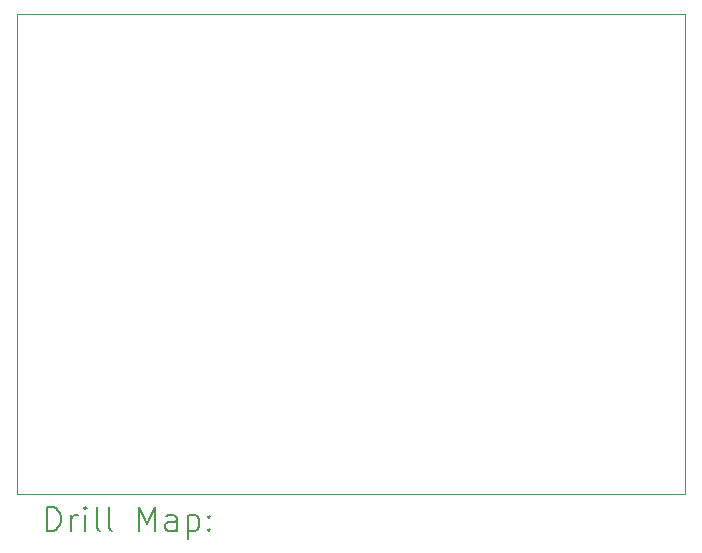
<source format=gbr>
%FSLAX45Y45*%
G04 Gerber Fmt 4.5, Leading zero omitted, Abs format (unit mm)*
G04 Created by KiCad (PCBNEW 6.0.1+dfsg-1) date 2022-05-09 21:45:22*
%MOMM*%
%LPD*%
G01*
G04 APERTURE LIST*
%TA.AperFunction,Profile*%
%ADD10C,0.100000*%
%TD*%
%ADD11C,0.200000*%
G04 APERTURE END LIST*
D10*
X8953500Y-5588000D02*
X8826500Y-5588000D01*
X14478000Y-5588000D02*
X8953500Y-5588000D01*
X8826500Y-5588000D02*
X8826500Y-9652000D01*
X14478000Y-9652000D02*
X14478000Y-9588500D01*
X14478000Y-9588500D02*
X14478000Y-5651500D01*
X14478000Y-5651500D02*
X14478000Y-5588000D01*
X8826500Y-9652000D02*
X14478000Y-9652000D01*
D11*
X9079119Y-9967476D02*
X9079119Y-9767476D01*
X9126738Y-9767476D01*
X9155310Y-9777000D01*
X9174357Y-9796048D01*
X9183881Y-9815095D01*
X9193405Y-9853190D01*
X9193405Y-9881762D01*
X9183881Y-9919857D01*
X9174357Y-9938905D01*
X9155310Y-9957952D01*
X9126738Y-9967476D01*
X9079119Y-9967476D01*
X9279119Y-9967476D02*
X9279119Y-9834143D01*
X9279119Y-9872238D02*
X9288643Y-9853190D01*
X9298167Y-9843667D01*
X9317214Y-9834143D01*
X9336262Y-9834143D01*
X9402929Y-9967476D02*
X9402929Y-9834143D01*
X9402929Y-9767476D02*
X9393405Y-9777000D01*
X9402929Y-9786524D01*
X9412452Y-9777000D01*
X9402929Y-9767476D01*
X9402929Y-9786524D01*
X9526738Y-9967476D02*
X9507690Y-9957952D01*
X9498167Y-9938905D01*
X9498167Y-9767476D01*
X9631500Y-9967476D02*
X9612452Y-9957952D01*
X9602929Y-9938905D01*
X9602929Y-9767476D01*
X9860071Y-9967476D02*
X9860071Y-9767476D01*
X9926738Y-9910333D01*
X9993405Y-9767476D01*
X9993405Y-9967476D01*
X10174357Y-9967476D02*
X10174357Y-9862714D01*
X10164833Y-9843667D01*
X10145786Y-9834143D01*
X10107690Y-9834143D01*
X10088643Y-9843667D01*
X10174357Y-9957952D02*
X10155310Y-9967476D01*
X10107690Y-9967476D01*
X10088643Y-9957952D01*
X10079119Y-9938905D01*
X10079119Y-9919857D01*
X10088643Y-9900810D01*
X10107690Y-9891286D01*
X10155310Y-9891286D01*
X10174357Y-9881762D01*
X10269595Y-9834143D02*
X10269595Y-10034143D01*
X10269595Y-9843667D02*
X10288643Y-9834143D01*
X10326738Y-9834143D01*
X10345786Y-9843667D01*
X10355310Y-9853190D01*
X10364833Y-9872238D01*
X10364833Y-9929381D01*
X10355310Y-9948429D01*
X10345786Y-9957952D01*
X10326738Y-9967476D01*
X10288643Y-9967476D01*
X10269595Y-9957952D01*
X10450548Y-9948429D02*
X10460071Y-9957952D01*
X10450548Y-9967476D01*
X10441024Y-9957952D01*
X10450548Y-9948429D01*
X10450548Y-9967476D01*
X10450548Y-9843667D02*
X10460071Y-9853190D01*
X10450548Y-9862714D01*
X10441024Y-9853190D01*
X10450548Y-9843667D01*
X10450548Y-9862714D01*
M02*

</source>
